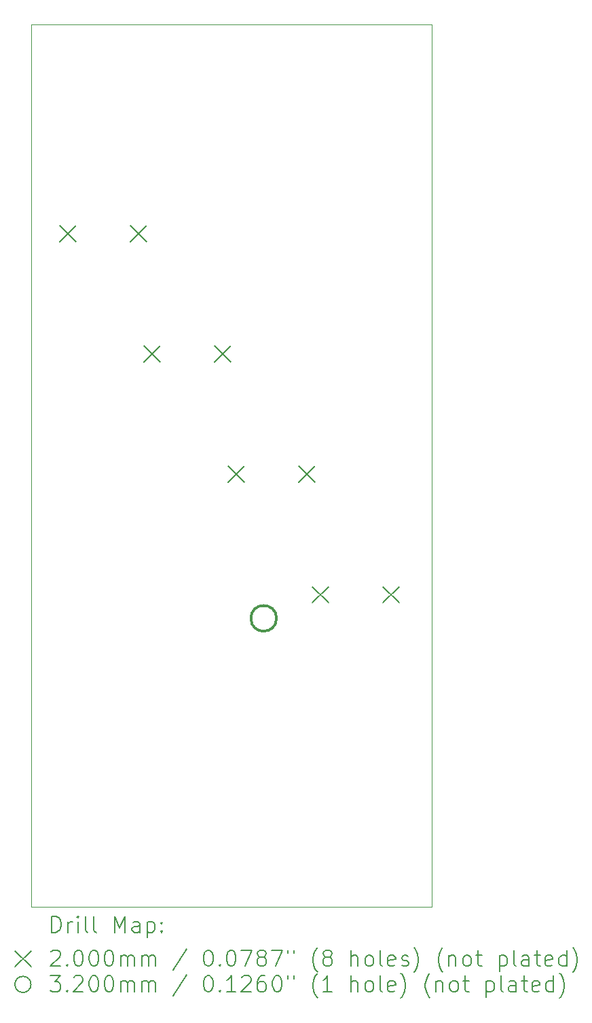
<source format=gbr>
%TF.GenerationSoftware,KiCad,Pcbnew,8.0.6-8.0.6-0~ubuntu22.04.1*%
%TF.CreationDate,2025-01-13T21:54:40+00:00*%
%TF.ProjectId,Basic_VCA,42617369-635f-4564-9341-2e6b69636164,rev?*%
%TF.SameCoordinates,Original*%
%TF.FileFunction,Drillmap*%
%TF.FilePolarity,Positive*%
%FSLAX45Y45*%
G04 Gerber Fmt 4.5, Leading zero omitted, Abs format (unit mm)*
G04 Created by KiCad (PCBNEW 8.0.6-8.0.6-0~ubuntu22.04.1) date 2025-01-13 21:54:40*
%MOMM*%
%LPD*%
G01*
G04 APERTURE LIST*
%ADD10C,0.050000*%
%ADD11C,0.200000*%
%ADD12C,0.320000*%
G04 APERTURE END LIST*
D10*
X15900000Y-3650000D02*
X15900000Y-14650000D01*
X10900000Y-3650000D02*
X15900000Y-3650000D01*
X10900000Y-3650000D02*
X10900000Y-14650000D01*
X10900000Y-14650000D02*
X15900000Y-14650000D01*
D11*
X11260000Y-6155000D02*
X11460000Y-6355000D01*
X11460000Y-6155000D02*
X11260000Y-6355000D01*
X12140000Y-6155000D02*
X12340000Y-6355000D01*
X12340000Y-6155000D02*
X12140000Y-6355000D01*
X12310000Y-7655000D02*
X12510000Y-7855000D01*
X12510000Y-7655000D02*
X12310000Y-7855000D01*
X13190000Y-7655000D02*
X13390000Y-7855000D01*
X13390000Y-7655000D02*
X13190000Y-7855000D01*
X13360000Y-9155000D02*
X13560000Y-9355000D01*
X13560000Y-9155000D02*
X13360000Y-9355000D01*
X14240000Y-9155000D02*
X14440000Y-9355000D01*
X14440000Y-9155000D02*
X14240000Y-9355000D01*
X14410000Y-10655000D02*
X14610000Y-10855000D01*
X14610000Y-10655000D02*
X14410000Y-10855000D01*
X15290000Y-10655000D02*
X15490000Y-10855000D01*
X15490000Y-10655000D02*
X15290000Y-10855000D01*
D12*
X13960000Y-11050000D02*
G75*
G02*
X13640000Y-11050000I-160000J0D01*
G01*
X13640000Y-11050000D02*
G75*
G02*
X13960000Y-11050000I160000J0D01*
G01*
D11*
X11158277Y-14963984D02*
X11158277Y-14763984D01*
X11158277Y-14763984D02*
X11205896Y-14763984D01*
X11205896Y-14763984D02*
X11234467Y-14773508D01*
X11234467Y-14773508D02*
X11253515Y-14792555D01*
X11253515Y-14792555D02*
X11263039Y-14811603D01*
X11263039Y-14811603D02*
X11272562Y-14849698D01*
X11272562Y-14849698D02*
X11272562Y-14878269D01*
X11272562Y-14878269D02*
X11263039Y-14916365D01*
X11263039Y-14916365D02*
X11253515Y-14935412D01*
X11253515Y-14935412D02*
X11234467Y-14954460D01*
X11234467Y-14954460D02*
X11205896Y-14963984D01*
X11205896Y-14963984D02*
X11158277Y-14963984D01*
X11358277Y-14963984D02*
X11358277Y-14830650D01*
X11358277Y-14868746D02*
X11367801Y-14849698D01*
X11367801Y-14849698D02*
X11377324Y-14840174D01*
X11377324Y-14840174D02*
X11396372Y-14830650D01*
X11396372Y-14830650D02*
X11415420Y-14830650D01*
X11482086Y-14963984D02*
X11482086Y-14830650D01*
X11482086Y-14763984D02*
X11472562Y-14773508D01*
X11472562Y-14773508D02*
X11482086Y-14783031D01*
X11482086Y-14783031D02*
X11491610Y-14773508D01*
X11491610Y-14773508D02*
X11482086Y-14763984D01*
X11482086Y-14763984D02*
X11482086Y-14783031D01*
X11605896Y-14963984D02*
X11586848Y-14954460D01*
X11586848Y-14954460D02*
X11577324Y-14935412D01*
X11577324Y-14935412D02*
X11577324Y-14763984D01*
X11710658Y-14963984D02*
X11691610Y-14954460D01*
X11691610Y-14954460D02*
X11682086Y-14935412D01*
X11682086Y-14935412D02*
X11682086Y-14763984D01*
X11939229Y-14963984D02*
X11939229Y-14763984D01*
X11939229Y-14763984D02*
X12005896Y-14906841D01*
X12005896Y-14906841D02*
X12072562Y-14763984D01*
X12072562Y-14763984D02*
X12072562Y-14963984D01*
X12253515Y-14963984D02*
X12253515Y-14859222D01*
X12253515Y-14859222D02*
X12243991Y-14840174D01*
X12243991Y-14840174D02*
X12224943Y-14830650D01*
X12224943Y-14830650D02*
X12186848Y-14830650D01*
X12186848Y-14830650D02*
X12167801Y-14840174D01*
X12253515Y-14954460D02*
X12234467Y-14963984D01*
X12234467Y-14963984D02*
X12186848Y-14963984D01*
X12186848Y-14963984D02*
X12167801Y-14954460D01*
X12167801Y-14954460D02*
X12158277Y-14935412D01*
X12158277Y-14935412D02*
X12158277Y-14916365D01*
X12158277Y-14916365D02*
X12167801Y-14897317D01*
X12167801Y-14897317D02*
X12186848Y-14887793D01*
X12186848Y-14887793D02*
X12234467Y-14887793D01*
X12234467Y-14887793D02*
X12253515Y-14878269D01*
X12348753Y-14830650D02*
X12348753Y-15030650D01*
X12348753Y-14840174D02*
X12367801Y-14830650D01*
X12367801Y-14830650D02*
X12405896Y-14830650D01*
X12405896Y-14830650D02*
X12424943Y-14840174D01*
X12424943Y-14840174D02*
X12434467Y-14849698D01*
X12434467Y-14849698D02*
X12443991Y-14868746D01*
X12443991Y-14868746D02*
X12443991Y-14925888D01*
X12443991Y-14925888D02*
X12434467Y-14944936D01*
X12434467Y-14944936D02*
X12424943Y-14954460D01*
X12424943Y-14954460D02*
X12405896Y-14963984D01*
X12405896Y-14963984D02*
X12367801Y-14963984D01*
X12367801Y-14963984D02*
X12348753Y-14954460D01*
X12529705Y-14944936D02*
X12539229Y-14954460D01*
X12539229Y-14954460D02*
X12529705Y-14963984D01*
X12529705Y-14963984D02*
X12520182Y-14954460D01*
X12520182Y-14954460D02*
X12529705Y-14944936D01*
X12529705Y-14944936D02*
X12529705Y-14963984D01*
X12529705Y-14840174D02*
X12539229Y-14849698D01*
X12539229Y-14849698D02*
X12529705Y-14859222D01*
X12529705Y-14859222D02*
X12520182Y-14849698D01*
X12520182Y-14849698D02*
X12529705Y-14840174D01*
X12529705Y-14840174D02*
X12529705Y-14859222D01*
X10697500Y-15192500D02*
X10897500Y-15392500D01*
X10897500Y-15192500D02*
X10697500Y-15392500D01*
X11148753Y-15203031D02*
X11158277Y-15193508D01*
X11158277Y-15193508D02*
X11177324Y-15183984D01*
X11177324Y-15183984D02*
X11224943Y-15183984D01*
X11224943Y-15183984D02*
X11243991Y-15193508D01*
X11243991Y-15193508D02*
X11253515Y-15203031D01*
X11253515Y-15203031D02*
X11263039Y-15222079D01*
X11263039Y-15222079D02*
X11263039Y-15241127D01*
X11263039Y-15241127D02*
X11253515Y-15269698D01*
X11253515Y-15269698D02*
X11139229Y-15383984D01*
X11139229Y-15383984D02*
X11263039Y-15383984D01*
X11348753Y-15364936D02*
X11358277Y-15374460D01*
X11358277Y-15374460D02*
X11348753Y-15383984D01*
X11348753Y-15383984D02*
X11339229Y-15374460D01*
X11339229Y-15374460D02*
X11348753Y-15364936D01*
X11348753Y-15364936D02*
X11348753Y-15383984D01*
X11482086Y-15183984D02*
X11501134Y-15183984D01*
X11501134Y-15183984D02*
X11520182Y-15193508D01*
X11520182Y-15193508D02*
X11529705Y-15203031D01*
X11529705Y-15203031D02*
X11539229Y-15222079D01*
X11539229Y-15222079D02*
X11548753Y-15260174D01*
X11548753Y-15260174D02*
X11548753Y-15307793D01*
X11548753Y-15307793D02*
X11539229Y-15345888D01*
X11539229Y-15345888D02*
X11529705Y-15364936D01*
X11529705Y-15364936D02*
X11520182Y-15374460D01*
X11520182Y-15374460D02*
X11501134Y-15383984D01*
X11501134Y-15383984D02*
X11482086Y-15383984D01*
X11482086Y-15383984D02*
X11463039Y-15374460D01*
X11463039Y-15374460D02*
X11453515Y-15364936D01*
X11453515Y-15364936D02*
X11443991Y-15345888D01*
X11443991Y-15345888D02*
X11434467Y-15307793D01*
X11434467Y-15307793D02*
X11434467Y-15260174D01*
X11434467Y-15260174D02*
X11443991Y-15222079D01*
X11443991Y-15222079D02*
X11453515Y-15203031D01*
X11453515Y-15203031D02*
X11463039Y-15193508D01*
X11463039Y-15193508D02*
X11482086Y-15183984D01*
X11672562Y-15183984D02*
X11691610Y-15183984D01*
X11691610Y-15183984D02*
X11710658Y-15193508D01*
X11710658Y-15193508D02*
X11720182Y-15203031D01*
X11720182Y-15203031D02*
X11729705Y-15222079D01*
X11729705Y-15222079D02*
X11739229Y-15260174D01*
X11739229Y-15260174D02*
X11739229Y-15307793D01*
X11739229Y-15307793D02*
X11729705Y-15345888D01*
X11729705Y-15345888D02*
X11720182Y-15364936D01*
X11720182Y-15364936D02*
X11710658Y-15374460D01*
X11710658Y-15374460D02*
X11691610Y-15383984D01*
X11691610Y-15383984D02*
X11672562Y-15383984D01*
X11672562Y-15383984D02*
X11653515Y-15374460D01*
X11653515Y-15374460D02*
X11643991Y-15364936D01*
X11643991Y-15364936D02*
X11634467Y-15345888D01*
X11634467Y-15345888D02*
X11624943Y-15307793D01*
X11624943Y-15307793D02*
X11624943Y-15260174D01*
X11624943Y-15260174D02*
X11634467Y-15222079D01*
X11634467Y-15222079D02*
X11643991Y-15203031D01*
X11643991Y-15203031D02*
X11653515Y-15193508D01*
X11653515Y-15193508D02*
X11672562Y-15183984D01*
X11863039Y-15183984D02*
X11882086Y-15183984D01*
X11882086Y-15183984D02*
X11901134Y-15193508D01*
X11901134Y-15193508D02*
X11910658Y-15203031D01*
X11910658Y-15203031D02*
X11920182Y-15222079D01*
X11920182Y-15222079D02*
X11929705Y-15260174D01*
X11929705Y-15260174D02*
X11929705Y-15307793D01*
X11929705Y-15307793D02*
X11920182Y-15345888D01*
X11920182Y-15345888D02*
X11910658Y-15364936D01*
X11910658Y-15364936D02*
X11901134Y-15374460D01*
X11901134Y-15374460D02*
X11882086Y-15383984D01*
X11882086Y-15383984D02*
X11863039Y-15383984D01*
X11863039Y-15383984D02*
X11843991Y-15374460D01*
X11843991Y-15374460D02*
X11834467Y-15364936D01*
X11834467Y-15364936D02*
X11824943Y-15345888D01*
X11824943Y-15345888D02*
X11815420Y-15307793D01*
X11815420Y-15307793D02*
X11815420Y-15260174D01*
X11815420Y-15260174D02*
X11824943Y-15222079D01*
X11824943Y-15222079D02*
X11834467Y-15203031D01*
X11834467Y-15203031D02*
X11843991Y-15193508D01*
X11843991Y-15193508D02*
X11863039Y-15183984D01*
X12015420Y-15383984D02*
X12015420Y-15250650D01*
X12015420Y-15269698D02*
X12024943Y-15260174D01*
X12024943Y-15260174D02*
X12043991Y-15250650D01*
X12043991Y-15250650D02*
X12072563Y-15250650D01*
X12072563Y-15250650D02*
X12091610Y-15260174D01*
X12091610Y-15260174D02*
X12101134Y-15279222D01*
X12101134Y-15279222D02*
X12101134Y-15383984D01*
X12101134Y-15279222D02*
X12110658Y-15260174D01*
X12110658Y-15260174D02*
X12129705Y-15250650D01*
X12129705Y-15250650D02*
X12158277Y-15250650D01*
X12158277Y-15250650D02*
X12177324Y-15260174D01*
X12177324Y-15260174D02*
X12186848Y-15279222D01*
X12186848Y-15279222D02*
X12186848Y-15383984D01*
X12282086Y-15383984D02*
X12282086Y-15250650D01*
X12282086Y-15269698D02*
X12291610Y-15260174D01*
X12291610Y-15260174D02*
X12310658Y-15250650D01*
X12310658Y-15250650D02*
X12339229Y-15250650D01*
X12339229Y-15250650D02*
X12358277Y-15260174D01*
X12358277Y-15260174D02*
X12367801Y-15279222D01*
X12367801Y-15279222D02*
X12367801Y-15383984D01*
X12367801Y-15279222D02*
X12377324Y-15260174D01*
X12377324Y-15260174D02*
X12396372Y-15250650D01*
X12396372Y-15250650D02*
X12424943Y-15250650D01*
X12424943Y-15250650D02*
X12443991Y-15260174D01*
X12443991Y-15260174D02*
X12453515Y-15279222D01*
X12453515Y-15279222D02*
X12453515Y-15383984D01*
X12843991Y-15174460D02*
X12672563Y-15431603D01*
X13101134Y-15183984D02*
X13120182Y-15183984D01*
X13120182Y-15183984D02*
X13139229Y-15193508D01*
X13139229Y-15193508D02*
X13148753Y-15203031D01*
X13148753Y-15203031D02*
X13158277Y-15222079D01*
X13158277Y-15222079D02*
X13167801Y-15260174D01*
X13167801Y-15260174D02*
X13167801Y-15307793D01*
X13167801Y-15307793D02*
X13158277Y-15345888D01*
X13158277Y-15345888D02*
X13148753Y-15364936D01*
X13148753Y-15364936D02*
X13139229Y-15374460D01*
X13139229Y-15374460D02*
X13120182Y-15383984D01*
X13120182Y-15383984D02*
X13101134Y-15383984D01*
X13101134Y-15383984D02*
X13082086Y-15374460D01*
X13082086Y-15374460D02*
X13072563Y-15364936D01*
X13072563Y-15364936D02*
X13063039Y-15345888D01*
X13063039Y-15345888D02*
X13053515Y-15307793D01*
X13053515Y-15307793D02*
X13053515Y-15260174D01*
X13053515Y-15260174D02*
X13063039Y-15222079D01*
X13063039Y-15222079D02*
X13072563Y-15203031D01*
X13072563Y-15203031D02*
X13082086Y-15193508D01*
X13082086Y-15193508D02*
X13101134Y-15183984D01*
X13253515Y-15364936D02*
X13263039Y-15374460D01*
X13263039Y-15374460D02*
X13253515Y-15383984D01*
X13253515Y-15383984D02*
X13243991Y-15374460D01*
X13243991Y-15374460D02*
X13253515Y-15364936D01*
X13253515Y-15364936D02*
X13253515Y-15383984D01*
X13386848Y-15183984D02*
X13405896Y-15183984D01*
X13405896Y-15183984D02*
X13424944Y-15193508D01*
X13424944Y-15193508D02*
X13434467Y-15203031D01*
X13434467Y-15203031D02*
X13443991Y-15222079D01*
X13443991Y-15222079D02*
X13453515Y-15260174D01*
X13453515Y-15260174D02*
X13453515Y-15307793D01*
X13453515Y-15307793D02*
X13443991Y-15345888D01*
X13443991Y-15345888D02*
X13434467Y-15364936D01*
X13434467Y-15364936D02*
X13424944Y-15374460D01*
X13424944Y-15374460D02*
X13405896Y-15383984D01*
X13405896Y-15383984D02*
X13386848Y-15383984D01*
X13386848Y-15383984D02*
X13367801Y-15374460D01*
X13367801Y-15374460D02*
X13358277Y-15364936D01*
X13358277Y-15364936D02*
X13348753Y-15345888D01*
X13348753Y-15345888D02*
X13339229Y-15307793D01*
X13339229Y-15307793D02*
X13339229Y-15260174D01*
X13339229Y-15260174D02*
X13348753Y-15222079D01*
X13348753Y-15222079D02*
X13358277Y-15203031D01*
X13358277Y-15203031D02*
X13367801Y-15193508D01*
X13367801Y-15193508D02*
X13386848Y-15183984D01*
X13520182Y-15183984D02*
X13653515Y-15183984D01*
X13653515Y-15183984D02*
X13567801Y-15383984D01*
X13758277Y-15269698D02*
X13739229Y-15260174D01*
X13739229Y-15260174D02*
X13729706Y-15250650D01*
X13729706Y-15250650D02*
X13720182Y-15231603D01*
X13720182Y-15231603D02*
X13720182Y-15222079D01*
X13720182Y-15222079D02*
X13729706Y-15203031D01*
X13729706Y-15203031D02*
X13739229Y-15193508D01*
X13739229Y-15193508D02*
X13758277Y-15183984D01*
X13758277Y-15183984D02*
X13796372Y-15183984D01*
X13796372Y-15183984D02*
X13815420Y-15193508D01*
X13815420Y-15193508D02*
X13824944Y-15203031D01*
X13824944Y-15203031D02*
X13834467Y-15222079D01*
X13834467Y-15222079D02*
X13834467Y-15231603D01*
X13834467Y-15231603D02*
X13824944Y-15250650D01*
X13824944Y-15250650D02*
X13815420Y-15260174D01*
X13815420Y-15260174D02*
X13796372Y-15269698D01*
X13796372Y-15269698D02*
X13758277Y-15269698D01*
X13758277Y-15269698D02*
X13739229Y-15279222D01*
X13739229Y-15279222D02*
X13729706Y-15288746D01*
X13729706Y-15288746D02*
X13720182Y-15307793D01*
X13720182Y-15307793D02*
X13720182Y-15345888D01*
X13720182Y-15345888D02*
X13729706Y-15364936D01*
X13729706Y-15364936D02*
X13739229Y-15374460D01*
X13739229Y-15374460D02*
X13758277Y-15383984D01*
X13758277Y-15383984D02*
X13796372Y-15383984D01*
X13796372Y-15383984D02*
X13815420Y-15374460D01*
X13815420Y-15374460D02*
X13824944Y-15364936D01*
X13824944Y-15364936D02*
X13834467Y-15345888D01*
X13834467Y-15345888D02*
X13834467Y-15307793D01*
X13834467Y-15307793D02*
X13824944Y-15288746D01*
X13824944Y-15288746D02*
X13815420Y-15279222D01*
X13815420Y-15279222D02*
X13796372Y-15269698D01*
X13901134Y-15183984D02*
X14034467Y-15183984D01*
X14034467Y-15183984D02*
X13948753Y-15383984D01*
X14101134Y-15183984D02*
X14101134Y-15222079D01*
X14177325Y-15183984D02*
X14177325Y-15222079D01*
X14472563Y-15460174D02*
X14463039Y-15450650D01*
X14463039Y-15450650D02*
X14443991Y-15422079D01*
X14443991Y-15422079D02*
X14434468Y-15403031D01*
X14434468Y-15403031D02*
X14424944Y-15374460D01*
X14424944Y-15374460D02*
X14415420Y-15326841D01*
X14415420Y-15326841D02*
X14415420Y-15288746D01*
X14415420Y-15288746D02*
X14424944Y-15241127D01*
X14424944Y-15241127D02*
X14434468Y-15212555D01*
X14434468Y-15212555D02*
X14443991Y-15193508D01*
X14443991Y-15193508D02*
X14463039Y-15164936D01*
X14463039Y-15164936D02*
X14472563Y-15155412D01*
X14577325Y-15269698D02*
X14558277Y-15260174D01*
X14558277Y-15260174D02*
X14548753Y-15250650D01*
X14548753Y-15250650D02*
X14539229Y-15231603D01*
X14539229Y-15231603D02*
X14539229Y-15222079D01*
X14539229Y-15222079D02*
X14548753Y-15203031D01*
X14548753Y-15203031D02*
X14558277Y-15193508D01*
X14558277Y-15193508D02*
X14577325Y-15183984D01*
X14577325Y-15183984D02*
X14615420Y-15183984D01*
X14615420Y-15183984D02*
X14634468Y-15193508D01*
X14634468Y-15193508D02*
X14643991Y-15203031D01*
X14643991Y-15203031D02*
X14653515Y-15222079D01*
X14653515Y-15222079D02*
X14653515Y-15231603D01*
X14653515Y-15231603D02*
X14643991Y-15250650D01*
X14643991Y-15250650D02*
X14634468Y-15260174D01*
X14634468Y-15260174D02*
X14615420Y-15269698D01*
X14615420Y-15269698D02*
X14577325Y-15269698D01*
X14577325Y-15269698D02*
X14558277Y-15279222D01*
X14558277Y-15279222D02*
X14548753Y-15288746D01*
X14548753Y-15288746D02*
X14539229Y-15307793D01*
X14539229Y-15307793D02*
X14539229Y-15345888D01*
X14539229Y-15345888D02*
X14548753Y-15364936D01*
X14548753Y-15364936D02*
X14558277Y-15374460D01*
X14558277Y-15374460D02*
X14577325Y-15383984D01*
X14577325Y-15383984D02*
X14615420Y-15383984D01*
X14615420Y-15383984D02*
X14634468Y-15374460D01*
X14634468Y-15374460D02*
X14643991Y-15364936D01*
X14643991Y-15364936D02*
X14653515Y-15345888D01*
X14653515Y-15345888D02*
X14653515Y-15307793D01*
X14653515Y-15307793D02*
X14643991Y-15288746D01*
X14643991Y-15288746D02*
X14634468Y-15279222D01*
X14634468Y-15279222D02*
X14615420Y-15269698D01*
X14891610Y-15383984D02*
X14891610Y-15183984D01*
X14977325Y-15383984D02*
X14977325Y-15279222D01*
X14977325Y-15279222D02*
X14967801Y-15260174D01*
X14967801Y-15260174D02*
X14948753Y-15250650D01*
X14948753Y-15250650D02*
X14920182Y-15250650D01*
X14920182Y-15250650D02*
X14901134Y-15260174D01*
X14901134Y-15260174D02*
X14891610Y-15269698D01*
X15101134Y-15383984D02*
X15082087Y-15374460D01*
X15082087Y-15374460D02*
X15072563Y-15364936D01*
X15072563Y-15364936D02*
X15063039Y-15345888D01*
X15063039Y-15345888D02*
X15063039Y-15288746D01*
X15063039Y-15288746D02*
X15072563Y-15269698D01*
X15072563Y-15269698D02*
X15082087Y-15260174D01*
X15082087Y-15260174D02*
X15101134Y-15250650D01*
X15101134Y-15250650D02*
X15129706Y-15250650D01*
X15129706Y-15250650D02*
X15148753Y-15260174D01*
X15148753Y-15260174D02*
X15158277Y-15269698D01*
X15158277Y-15269698D02*
X15167801Y-15288746D01*
X15167801Y-15288746D02*
X15167801Y-15345888D01*
X15167801Y-15345888D02*
X15158277Y-15364936D01*
X15158277Y-15364936D02*
X15148753Y-15374460D01*
X15148753Y-15374460D02*
X15129706Y-15383984D01*
X15129706Y-15383984D02*
X15101134Y-15383984D01*
X15282087Y-15383984D02*
X15263039Y-15374460D01*
X15263039Y-15374460D02*
X15253515Y-15355412D01*
X15253515Y-15355412D02*
X15253515Y-15183984D01*
X15434468Y-15374460D02*
X15415420Y-15383984D01*
X15415420Y-15383984D02*
X15377325Y-15383984D01*
X15377325Y-15383984D02*
X15358277Y-15374460D01*
X15358277Y-15374460D02*
X15348753Y-15355412D01*
X15348753Y-15355412D02*
X15348753Y-15279222D01*
X15348753Y-15279222D02*
X15358277Y-15260174D01*
X15358277Y-15260174D02*
X15377325Y-15250650D01*
X15377325Y-15250650D02*
X15415420Y-15250650D01*
X15415420Y-15250650D02*
X15434468Y-15260174D01*
X15434468Y-15260174D02*
X15443991Y-15279222D01*
X15443991Y-15279222D02*
X15443991Y-15298269D01*
X15443991Y-15298269D02*
X15348753Y-15317317D01*
X15520182Y-15374460D02*
X15539230Y-15383984D01*
X15539230Y-15383984D02*
X15577325Y-15383984D01*
X15577325Y-15383984D02*
X15596372Y-15374460D01*
X15596372Y-15374460D02*
X15605896Y-15355412D01*
X15605896Y-15355412D02*
X15605896Y-15345888D01*
X15605896Y-15345888D02*
X15596372Y-15326841D01*
X15596372Y-15326841D02*
X15577325Y-15317317D01*
X15577325Y-15317317D02*
X15548753Y-15317317D01*
X15548753Y-15317317D02*
X15529706Y-15307793D01*
X15529706Y-15307793D02*
X15520182Y-15288746D01*
X15520182Y-15288746D02*
X15520182Y-15279222D01*
X15520182Y-15279222D02*
X15529706Y-15260174D01*
X15529706Y-15260174D02*
X15548753Y-15250650D01*
X15548753Y-15250650D02*
X15577325Y-15250650D01*
X15577325Y-15250650D02*
X15596372Y-15260174D01*
X15672563Y-15460174D02*
X15682087Y-15450650D01*
X15682087Y-15450650D02*
X15701134Y-15422079D01*
X15701134Y-15422079D02*
X15710658Y-15403031D01*
X15710658Y-15403031D02*
X15720182Y-15374460D01*
X15720182Y-15374460D02*
X15729706Y-15326841D01*
X15729706Y-15326841D02*
X15729706Y-15288746D01*
X15729706Y-15288746D02*
X15720182Y-15241127D01*
X15720182Y-15241127D02*
X15710658Y-15212555D01*
X15710658Y-15212555D02*
X15701134Y-15193508D01*
X15701134Y-15193508D02*
X15682087Y-15164936D01*
X15682087Y-15164936D02*
X15672563Y-15155412D01*
X16034468Y-15460174D02*
X16024944Y-15450650D01*
X16024944Y-15450650D02*
X16005896Y-15422079D01*
X16005896Y-15422079D02*
X15996372Y-15403031D01*
X15996372Y-15403031D02*
X15986849Y-15374460D01*
X15986849Y-15374460D02*
X15977325Y-15326841D01*
X15977325Y-15326841D02*
X15977325Y-15288746D01*
X15977325Y-15288746D02*
X15986849Y-15241127D01*
X15986849Y-15241127D02*
X15996372Y-15212555D01*
X15996372Y-15212555D02*
X16005896Y-15193508D01*
X16005896Y-15193508D02*
X16024944Y-15164936D01*
X16024944Y-15164936D02*
X16034468Y-15155412D01*
X16110658Y-15250650D02*
X16110658Y-15383984D01*
X16110658Y-15269698D02*
X16120182Y-15260174D01*
X16120182Y-15260174D02*
X16139230Y-15250650D01*
X16139230Y-15250650D02*
X16167801Y-15250650D01*
X16167801Y-15250650D02*
X16186849Y-15260174D01*
X16186849Y-15260174D02*
X16196372Y-15279222D01*
X16196372Y-15279222D02*
X16196372Y-15383984D01*
X16320182Y-15383984D02*
X16301134Y-15374460D01*
X16301134Y-15374460D02*
X16291611Y-15364936D01*
X16291611Y-15364936D02*
X16282087Y-15345888D01*
X16282087Y-15345888D02*
X16282087Y-15288746D01*
X16282087Y-15288746D02*
X16291611Y-15269698D01*
X16291611Y-15269698D02*
X16301134Y-15260174D01*
X16301134Y-15260174D02*
X16320182Y-15250650D01*
X16320182Y-15250650D02*
X16348753Y-15250650D01*
X16348753Y-15250650D02*
X16367801Y-15260174D01*
X16367801Y-15260174D02*
X16377325Y-15269698D01*
X16377325Y-15269698D02*
X16386849Y-15288746D01*
X16386849Y-15288746D02*
X16386849Y-15345888D01*
X16386849Y-15345888D02*
X16377325Y-15364936D01*
X16377325Y-15364936D02*
X16367801Y-15374460D01*
X16367801Y-15374460D02*
X16348753Y-15383984D01*
X16348753Y-15383984D02*
X16320182Y-15383984D01*
X16443992Y-15250650D02*
X16520182Y-15250650D01*
X16472563Y-15183984D02*
X16472563Y-15355412D01*
X16472563Y-15355412D02*
X16482087Y-15374460D01*
X16482087Y-15374460D02*
X16501134Y-15383984D01*
X16501134Y-15383984D02*
X16520182Y-15383984D01*
X16739230Y-15250650D02*
X16739230Y-15450650D01*
X16739230Y-15260174D02*
X16758277Y-15250650D01*
X16758277Y-15250650D02*
X16796373Y-15250650D01*
X16796373Y-15250650D02*
X16815420Y-15260174D01*
X16815420Y-15260174D02*
X16824944Y-15269698D01*
X16824944Y-15269698D02*
X16834468Y-15288746D01*
X16834468Y-15288746D02*
X16834468Y-15345888D01*
X16834468Y-15345888D02*
X16824944Y-15364936D01*
X16824944Y-15364936D02*
X16815420Y-15374460D01*
X16815420Y-15374460D02*
X16796373Y-15383984D01*
X16796373Y-15383984D02*
X16758277Y-15383984D01*
X16758277Y-15383984D02*
X16739230Y-15374460D01*
X16948754Y-15383984D02*
X16929706Y-15374460D01*
X16929706Y-15374460D02*
X16920182Y-15355412D01*
X16920182Y-15355412D02*
X16920182Y-15183984D01*
X17110658Y-15383984D02*
X17110658Y-15279222D01*
X17110658Y-15279222D02*
X17101135Y-15260174D01*
X17101135Y-15260174D02*
X17082087Y-15250650D01*
X17082087Y-15250650D02*
X17043992Y-15250650D01*
X17043992Y-15250650D02*
X17024944Y-15260174D01*
X17110658Y-15374460D02*
X17091611Y-15383984D01*
X17091611Y-15383984D02*
X17043992Y-15383984D01*
X17043992Y-15383984D02*
X17024944Y-15374460D01*
X17024944Y-15374460D02*
X17015420Y-15355412D01*
X17015420Y-15355412D02*
X17015420Y-15336365D01*
X17015420Y-15336365D02*
X17024944Y-15317317D01*
X17024944Y-15317317D02*
X17043992Y-15307793D01*
X17043992Y-15307793D02*
X17091611Y-15307793D01*
X17091611Y-15307793D02*
X17110658Y-15298269D01*
X17177325Y-15250650D02*
X17253515Y-15250650D01*
X17205896Y-15183984D02*
X17205896Y-15355412D01*
X17205896Y-15355412D02*
X17215420Y-15374460D01*
X17215420Y-15374460D02*
X17234468Y-15383984D01*
X17234468Y-15383984D02*
X17253515Y-15383984D01*
X17396373Y-15374460D02*
X17377325Y-15383984D01*
X17377325Y-15383984D02*
X17339230Y-15383984D01*
X17339230Y-15383984D02*
X17320182Y-15374460D01*
X17320182Y-15374460D02*
X17310658Y-15355412D01*
X17310658Y-15355412D02*
X17310658Y-15279222D01*
X17310658Y-15279222D02*
X17320182Y-15260174D01*
X17320182Y-15260174D02*
X17339230Y-15250650D01*
X17339230Y-15250650D02*
X17377325Y-15250650D01*
X17377325Y-15250650D02*
X17396373Y-15260174D01*
X17396373Y-15260174D02*
X17405896Y-15279222D01*
X17405896Y-15279222D02*
X17405896Y-15298269D01*
X17405896Y-15298269D02*
X17310658Y-15317317D01*
X17577325Y-15383984D02*
X17577325Y-15183984D01*
X17577325Y-15374460D02*
X17558277Y-15383984D01*
X17558277Y-15383984D02*
X17520182Y-15383984D01*
X17520182Y-15383984D02*
X17501135Y-15374460D01*
X17501135Y-15374460D02*
X17491611Y-15364936D01*
X17491611Y-15364936D02*
X17482087Y-15345888D01*
X17482087Y-15345888D02*
X17482087Y-15288746D01*
X17482087Y-15288746D02*
X17491611Y-15269698D01*
X17491611Y-15269698D02*
X17501135Y-15260174D01*
X17501135Y-15260174D02*
X17520182Y-15250650D01*
X17520182Y-15250650D02*
X17558277Y-15250650D01*
X17558277Y-15250650D02*
X17577325Y-15260174D01*
X17653516Y-15460174D02*
X17663039Y-15450650D01*
X17663039Y-15450650D02*
X17682087Y-15422079D01*
X17682087Y-15422079D02*
X17691611Y-15403031D01*
X17691611Y-15403031D02*
X17701135Y-15374460D01*
X17701135Y-15374460D02*
X17710658Y-15326841D01*
X17710658Y-15326841D02*
X17710658Y-15288746D01*
X17710658Y-15288746D02*
X17701135Y-15241127D01*
X17701135Y-15241127D02*
X17691611Y-15212555D01*
X17691611Y-15212555D02*
X17682087Y-15193508D01*
X17682087Y-15193508D02*
X17663039Y-15164936D01*
X17663039Y-15164936D02*
X17653516Y-15155412D01*
X10897500Y-15612500D02*
G75*
G02*
X10697500Y-15612500I-100000J0D01*
G01*
X10697500Y-15612500D02*
G75*
G02*
X10897500Y-15612500I100000J0D01*
G01*
X11139229Y-15503984D02*
X11263039Y-15503984D01*
X11263039Y-15503984D02*
X11196372Y-15580174D01*
X11196372Y-15580174D02*
X11224943Y-15580174D01*
X11224943Y-15580174D02*
X11243991Y-15589698D01*
X11243991Y-15589698D02*
X11253515Y-15599222D01*
X11253515Y-15599222D02*
X11263039Y-15618269D01*
X11263039Y-15618269D02*
X11263039Y-15665888D01*
X11263039Y-15665888D02*
X11253515Y-15684936D01*
X11253515Y-15684936D02*
X11243991Y-15694460D01*
X11243991Y-15694460D02*
X11224943Y-15703984D01*
X11224943Y-15703984D02*
X11167801Y-15703984D01*
X11167801Y-15703984D02*
X11148753Y-15694460D01*
X11148753Y-15694460D02*
X11139229Y-15684936D01*
X11348753Y-15684936D02*
X11358277Y-15694460D01*
X11358277Y-15694460D02*
X11348753Y-15703984D01*
X11348753Y-15703984D02*
X11339229Y-15694460D01*
X11339229Y-15694460D02*
X11348753Y-15684936D01*
X11348753Y-15684936D02*
X11348753Y-15703984D01*
X11434467Y-15523031D02*
X11443991Y-15513508D01*
X11443991Y-15513508D02*
X11463039Y-15503984D01*
X11463039Y-15503984D02*
X11510658Y-15503984D01*
X11510658Y-15503984D02*
X11529705Y-15513508D01*
X11529705Y-15513508D02*
X11539229Y-15523031D01*
X11539229Y-15523031D02*
X11548753Y-15542079D01*
X11548753Y-15542079D02*
X11548753Y-15561127D01*
X11548753Y-15561127D02*
X11539229Y-15589698D01*
X11539229Y-15589698D02*
X11424943Y-15703984D01*
X11424943Y-15703984D02*
X11548753Y-15703984D01*
X11672562Y-15503984D02*
X11691610Y-15503984D01*
X11691610Y-15503984D02*
X11710658Y-15513508D01*
X11710658Y-15513508D02*
X11720182Y-15523031D01*
X11720182Y-15523031D02*
X11729705Y-15542079D01*
X11729705Y-15542079D02*
X11739229Y-15580174D01*
X11739229Y-15580174D02*
X11739229Y-15627793D01*
X11739229Y-15627793D02*
X11729705Y-15665888D01*
X11729705Y-15665888D02*
X11720182Y-15684936D01*
X11720182Y-15684936D02*
X11710658Y-15694460D01*
X11710658Y-15694460D02*
X11691610Y-15703984D01*
X11691610Y-15703984D02*
X11672562Y-15703984D01*
X11672562Y-15703984D02*
X11653515Y-15694460D01*
X11653515Y-15694460D02*
X11643991Y-15684936D01*
X11643991Y-15684936D02*
X11634467Y-15665888D01*
X11634467Y-15665888D02*
X11624943Y-15627793D01*
X11624943Y-15627793D02*
X11624943Y-15580174D01*
X11624943Y-15580174D02*
X11634467Y-15542079D01*
X11634467Y-15542079D02*
X11643991Y-15523031D01*
X11643991Y-15523031D02*
X11653515Y-15513508D01*
X11653515Y-15513508D02*
X11672562Y-15503984D01*
X11863039Y-15503984D02*
X11882086Y-15503984D01*
X11882086Y-15503984D02*
X11901134Y-15513508D01*
X11901134Y-15513508D02*
X11910658Y-15523031D01*
X11910658Y-15523031D02*
X11920182Y-15542079D01*
X11920182Y-15542079D02*
X11929705Y-15580174D01*
X11929705Y-15580174D02*
X11929705Y-15627793D01*
X11929705Y-15627793D02*
X11920182Y-15665888D01*
X11920182Y-15665888D02*
X11910658Y-15684936D01*
X11910658Y-15684936D02*
X11901134Y-15694460D01*
X11901134Y-15694460D02*
X11882086Y-15703984D01*
X11882086Y-15703984D02*
X11863039Y-15703984D01*
X11863039Y-15703984D02*
X11843991Y-15694460D01*
X11843991Y-15694460D02*
X11834467Y-15684936D01*
X11834467Y-15684936D02*
X11824943Y-15665888D01*
X11824943Y-15665888D02*
X11815420Y-15627793D01*
X11815420Y-15627793D02*
X11815420Y-15580174D01*
X11815420Y-15580174D02*
X11824943Y-15542079D01*
X11824943Y-15542079D02*
X11834467Y-15523031D01*
X11834467Y-15523031D02*
X11843991Y-15513508D01*
X11843991Y-15513508D02*
X11863039Y-15503984D01*
X12015420Y-15703984D02*
X12015420Y-15570650D01*
X12015420Y-15589698D02*
X12024943Y-15580174D01*
X12024943Y-15580174D02*
X12043991Y-15570650D01*
X12043991Y-15570650D02*
X12072563Y-15570650D01*
X12072563Y-15570650D02*
X12091610Y-15580174D01*
X12091610Y-15580174D02*
X12101134Y-15599222D01*
X12101134Y-15599222D02*
X12101134Y-15703984D01*
X12101134Y-15599222D02*
X12110658Y-15580174D01*
X12110658Y-15580174D02*
X12129705Y-15570650D01*
X12129705Y-15570650D02*
X12158277Y-15570650D01*
X12158277Y-15570650D02*
X12177324Y-15580174D01*
X12177324Y-15580174D02*
X12186848Y-15599222D01*
X12186848Y-15599222D02*
X12186848Y-15703984D01*
X12282086Y-15703984D02*
X12282086Y-15570650D01*
X12282086Y-15589698D02*
X12291610Y-15580174D01*
X12291610Y-15580174D02*
X12310658Y-15570650D01*
X12310658Y-15570650D02*
X12339229Y-15570650D01*
X12339229Y-15570650D02*
X12358277Y-15580174D01*
X12358277Y-15580174D02*
X12367801Y-15599222D01*
X12367801Y-15599222D02*
X12367801Y-15703984D01*
X12367801Y-15599222D02*
X12377324Y-15580174D01*
X12377324Y-15580174D02*
X12396372Y-15570650D01*
X12396372Y-15570650D02*
X12424943Y-15570650D01*
X12424943Y-15570650D02*
X12443991Y-15580174D01*
X12443991Y-15580174D02*
X12453515Y-15599222D01*
X12453515Y-15599222D02*
X12453515Y-15703984D01*
X12843991Y-15494460D02*
X12672563Y-15751603D01*
X13101134Y-15503984D02*
X13120182Y-15503984D01*
X13120182Y-15503984D02*
X13139229Y-15513508D01*
X13139229Y-15513508D02*
X13148753Y-15523031D01*
X13148753Y-15523031D02*
X13158277Y-15542079D01*
X13158277Y-15542079D02*
X13167801Y-15580174D01*
X13167801Y-15580174D02*
X13167801Y-15627793D01*
X13167801Y-15627793D02*
X13158277Y-15665888D01*
X13158277Y-15665888D02*
X13148753Y-15684936D01*
X13148753Y-15684936D02*
X13139229Y-15694460D01*
X13139229Y-15694460D02*
X13120182Y-15703984D01*
X13120182Y-15703984D02*
X13101134Y-15703984D01*
X13101134Y-15703984D02*
X13082086Y-15694460D01*
X13082086Y-15694460D02*
X13072563Y-15684936D01*
X13072563Y-15684936D02*
X13063039Y-15665888D01*
X13063039Y-15665888D02*
X13053515Y-15627793D01*
X13053515Y-15627793D02*
X13053515Y-15580174D01*
X13053515Y-15580174D02*
X13063039Y-15542079D01*
X13063039Y-15542079D02*
X13072563Y-15523031D01*
X13072563Y-15523031D02*
X13082086Y-15513508D01*
X13082086Y-15513508D02*
X13101134Y-15503984D01*
X13253515Y-15684936D02*
X13263039Y-15694460D01*
X13263039Y-15694460D02*
X13253515Y-15703984D01*
X13253515Y-15703984D02*
X13243991Y-15694460D01*
X13243991Y-15694460D02*
X13253515Y-15684936D01*
X13253515Y-15684936D02*
X13253515Y-15703984D01*
X13453515Y-15703984D02*
X13339229Y-15703984D01*
X13396372Y-15703984D02*
X13396372Y-15503984D01*
X13396372Y-15503984D02*
X13377325Y-15532555D01*
X13377325Y-15532555D02*
X13358277Y-15551603D01*
X13358277Y-15551603D02*
X13339229Y-15561127D01*
X13529706Y-15523031D02*
X13539229Y-15513508D01*
X13539229Y-15513508D02*
X13558277Y-15503984D01*
X13558277Y-15503984D02*
X13605896Y-15503984D01*
X13605896Y-15503984D02*
X13624944Y-15513508D01*
X13624944Y-15513508D02*
X13634467Y-15523031D01*
X13634467Y-15523031D02*
X13643991Y-15542079D01*
X13643991Y-15542079D02*
X13643991Y-15561127D01*
X13643991Y-15561127D02*
X13634467Y-15589698D01*
X13634467Y-15589698D02*
X13520182Y-15703984D01*
X13520182Y-15703984D02*
X13643991Y-15703984D01*
X13815420Y-15503984D02*
X13777325Y-15503984D01*
X13777325Y-15503984D02*
X13758277Y-15513508D01*
X13758277Y-15513508D02*
X13748753Y-15523031D01*
X13748753Y-15523031D02*
X13729706Y-15551603D01*
X13729706Y-15551603D02*
X13720182Y-15589698D01*
X13720182Y-15589698D02*
X13720182Y-15665888D01*
X13720182Y-15665888D02*
X13729706Y-15684936D01*
X13729706Y-15684936D02*
X13739229Y-15694460D01*
X13739229Y-15694460D02*
X13758277Y-15703984D01*
X13758277Y-15703984D02*
X13796372Y-15703984D01*
X13796372Y-15703984D02*
X13815420Y-15694460D01*
X13815420Y-15694460D02*
X13824944Y-15684936D01*
X13824944Y-15684936D02*
X13834467Y-15665888D01*
X13834467Y-15665888D02*
X13834467Y-15618269D01*
X13834467Y-15618269D02*
X13824944Y-15599222D01*
X13824944Y-15599222D02*
X13815420Y-15589698D01*
X13815420Y-15589698D02*
X13796372Y-15580174D01*
X13796372Y-15580174D02*
X13758277Y-15580174D01*
X13758277Y-15580174D02*
X13739229Y-15589698D01*
X13739229Y-15589698D02*
X13729706Y-15599222D01*
X13729706Y-15599222D02*
X13720182Y-15618269D01*
X13958277Y-15503984D02*
X13977325Y-15503984D01*
X13977325Y-15503984D02*
X13996372Y-15513508D01*
X13996372Y-15513508D02*
X14005896Y-15523031D01*
X14005896Y-15523031D02*
X14015420Y-15542079D01*
X14015420Y-15542079D02*
X14024944Y-15580174D01*
X14024944Y-15580174D02*
X14024944Y-15627793D01*
X14024944Y-15627793D02*
X14015420Y-15665888D01*
X14015420Y-15665888D02*
X14005896Y-15684936D01*
X14005896Y-15684936D02*
X13996372Y-15694460D01*
X13996372Y-15694460D02*
X13977325Y-15703984D01*
X13977325Y-15703984D02*
X13958277Y-15703984D01*
X13958277Y-15703984D02*
X13939229Y-15694460D01*
X13939229Y-15694460D02*
X13929706Y-15684936D01*
X13929706Y-15684936D02*
X13920182Y-15665888D01*
X13920182Y-15665888D02*
X13910658Y-15627793D01*
X13910658Y-15627793D02*
X13910658Y-15580174D01*
X13910658Y-15580174D02*
X13920182Y-15542079D01*
X13920182Y-15542079D02*
X13929706Y-15523031D01*
X13929706Y-15523031D02*
X13939229Y-15513508D01*
X13939229Y-15513508D02*
X13958277Y-15503984D01*
X14101134Y-15503984D02*
X14101134Y-15542079D01*
X14177325Y-15503984D02*
X14177325Y-15542079D01*
X14472563Y-15780174D02*
X14463039Y-15770650D01*
X14463039Y-15770650D02*
X14443991Y-15742079D01*
X14443991Y-15742079D02*
X14434468Y-15723031D01*
X14434468Y-15723031D02*
X14424944Y-15694460D01*
X14424944Y-15694460D02*
X14415420Y-15646841D01*
X14415420Y-15646841D02*
X14415420Y-15608746D01*
X14415420Y-15608746D02*
X14424944Y-15561127D01*
X14424944Y-15561127D02*
X14434468Y-15532555D01*
X14434468Y-15532555D02*
X14443991Y-15513508D01*
X14443991Y-15513508D02*
X14463039Y-15484936D01*
X14463039Y-15484936D02*
X14472563Y-15475412D01*
X14653515Y-15703984D02*
X14539229Y-15703984D01*
X14596372Y-15703984D02*
X14596372Y-15503984D01*
X14596372Y-15503984D02*
X14577325Y-15532555D01*
X14577325Y-15532555D02*
X14558277Y-15551603D01*
X14558277Y-15551603D02*
X14539229Y-15561127D01*
X14891610Y-15703984D02*
X14891610Y-15503984D01*
X14977325Y-15703984D02*
X14977325Y-15599222D01*
X14977325Y-15599222D02*
X14967801Y-15580174D01*
X14967801Y-15580174D02*
X14948753Y-15570650D01*
X14948753Y-15570650D02*
X14920182Y-15570650D01*
X14920182Y-15570650D02*
X14901134Y-15580174D01*
X14901134Y-15580174D02*
X14891610Y-15589698D01*
X15101134Y-15703984D02*
X15082087Y-15694460D01*
X15082087Y-15694460D02*
X15072563Y-15684936D01*
X15072563Y-15684936D02*
X15063039Y-15665888D01*
X15063039Y-15665888D02*
X15063039Y-15608746D01*
X15063039Y-15608746D02*
X15072563Y-15589698D01*
X15072563Y-15589698D02*
X15082087Y-15580174D01*
X15082087Y-15580174D02*
X15101134Y-15570650D01*
X15101134Y-15570650D02*
X15129706Y-15570650D01*
X15129706Y-15570650D02*
X15148753Y-15580174D01*
X15148753Y-15580174D02*
X15158277Y-15589698D01*
X15158277Y-15589698D02*
X15167801Y-15608746D01*
X15167801Y-15608746D02*
X15167801Y-15665888D01*
X15167801Y-15665888D02*
X15158277Y-15684936D01*
X15158277Y-15684936D02*
X15148753Y-15694460D01*
X15148753Y-15694460D02*
X15129706Y-15703984D01*
X15129706Y-15703984D02*
X15101134Y-15703984D01*
X15282087Y-15703984D02*
X15263039Y-15694460D01*
X15263039Y-15694460D02*
X15253515Y-15675412D01*
X15253515Y-15675412D02*
X15253515Y-15503984D01*
X15434468Y-15694460D02*
X15415420Y-15703984D01*
X15415420Y-15703984D02*
X15377325Y-15703984D01*
X15377325Y-15703984D02*
X15358277Y-15694460D01*
X15358277Y-15694460D02*
X15348753Y-15675412D01*
X15348753Y-15675412D02*
X15348753Y-15599222D01*
X15348753Y-15599222D02*
X15358277Y-15580174D01*
X15358277Y-15580174D02*
X15377325Y-15570650D01*
X15377325Y-15570650D02*
X15415420Y-15570650D01*
X15415420Y-15570650D02*
X15434468Y-15580174D01*
X15434468Y-15580174D02*
X15443991Y-15599222D01*
X15443991Y-15599222D02*
X15443991Y-15618269D01*
X15443991Y-15618269D02*
X15348753Y-15637317D01*
X15510658Y-15780174D02*
X15520182Y-15770650D01*
X15520182Y-15770650D02*
X15539230Y-15742079D01*
X15539230Y-15742079D02*
X15548753Y-15723031D01*
X15548753Y-15723031D02*
X15558277Y-15694460D01*
X15558277Y-15694460D02*
X15567801Y-15646841D01*
X15567801Y-15646841D02*
X15567801Y-15608746D01*
X15567801Y-15608746D02*
X15558277Y-15561127D01*
X15558277Y-15561127D02*
X15548753Y-15532555D01*
X15548753Y-15532555D02*
X15539230Y-15513508D01*
X15539230Y-15513508D02*
X15520182Y-15484936D01*
X15520182Y-15484936D02*
X15510658Y-15475412D01*
X15872563Y-15780174D02*
X15863039Y-15770650D01*
X15863039Y-15770650D02*
X15843991Y-15742079D01*
X15843991Y-15742079D02*
X15834468Y-15723031D01*
X15834468Y-15723031D02*
X15824944Y-15694460D01*
X15824944Y-15694460D02*
X15815420Y-15646841D01*
X15815420Y-15646841D02*
X15815420Y-15608746D01*
X15815420Y-15608746D02*
X15824944Y-15561127D01*
X15824944Y-15561127D02*
X15834468Y-15532555D01*
X15834468Y-15532555D02*
X15843991Y-15513508D01*
X15843991Y-15513508D02*
X15863039Y-15484936D01*
X15863039Y-15484936D02*
X15872563Y-15475412D01*
X15948753Y-15570650D02*
X15948753Y-15703984D01*
X15948753Y-15589698D02*
X15958277Y-15580174D01*
X15958277Y-15580174D02*
X15977325Y-15570650D01*
X15977325Y-15570650D02*
X16005896Y-15570650D01*
X16005896Y-15570650D02*
X16024944Y-15580174D01*
X16024944Y-15580174D02*
X16034468Y-15599222D01*
X16034468Y-15599222D02*
X16034468Y-15703984D01*
X16158277Y-15703984D02*
X16139230Y-15694460D01*
X16139230Y-15694460D02*
X16129706Y-15684936D01*
X16129706Y-15684936D02*
X16120182Y-15665888D01*
X16120182Y-15665888D02*
X16120182Y-15608746D01*
X16120182Y-15608746D02*
X16129706Y-15589698D01*
X16129706Y-15589698D02*
X16139230Y-15580174D01*
X16139230Y-15580174D02*
X16158277Y-15570650D01*
X16158277Y-15570650D02*
X16186849Y-15570650D01*
X16186849Y-15570650D02*
X16205896Y-15580174D01*
X16205896Y-15580174D02*
X16215420Y-15589698D01*
X16215420Y-15589698D02*
X16224944Y-15608746D01*
X16224944Y-15608746D02*
X16224944Y-15665888D01*
X16224944Y-15665888D02*
X16215420Y-15684936D01*
X16215420Y-15684936D02*
X16205896Y-15694460D01*
X16205896Y-15694460D02*
X16186849Y-15703984D01*
X16186849Y-15703984D02*
X16158277Y-15703984D01*
X16282087Y-15570650D02*
X16358277Y-15570650D01*
X16310658Y-15503984D02*
X16310658Y-15675412D01*
X16310658Y-15675412D02*
X16320182Y-15694460D01*
X16320182Y-15694460D02*
X16339230Y-15703984D01*
X16339230Y-15703984D02*
X16358277Y-15703984D01*
X16577325Y-15570650D02*
X16577325Y-15770650D01*
X16577325Y-15580174D02*
X16596372Y-15570650D01*
X16596372Y-15570650D02*
X16634468Y-15570650D01*
X16634468Y-15570650D02*
X16653515Y-15580174D01*
X16653515Y-15580174D02*
X16663039Y-15589698D01*
X16663039Y-15589698D02*
X16672563Y-15608746D01*
X16672563Y-15608746D02*
X16672563Y-15665888D01*
X16672563Y-15665888D02*
X16663039Y-15684936D01*
X16663039Y-15684936D02*
X16653515Y-15694460D01*
X16653515Y-15694460D02*
X16634468Y-15703984D01*
X16634468Y-15703984D02*
X16596372Y-15703984D01*
X16596372Y-15703984D02*
X16577325Y-15694460D01*
X16786849Y-15703984D02*
X16767801Y-15694460D01*
X16767801Y-15694460D02*
X16758277Y-15675412D01*
X16758277Y-15675412D02*
X16758277Y-15503984D01*
X16948754Y-15703984D02*
X16948754Y-15599222D01*
X16948754Y-15599222D02*
X16939230Y-15580174D01*
X16939230Y-15580174D02*
X16920182Y-15570650D01*
X16920182Y-15570650D02*
X16882087Y-15570650D01*
X16882087Y-15570650D02*
X16863039Y-15580174D01*
X16948754Y-15694460D02*
X16929706Y-15703984D01*
X16929706Y-15703984D02*
X16882087Y-15703984D01*
X16882087Y-15703984D02*
X16863039Y-15694460D01*
X16863039Y-15694460D02*
X16853515Y-15675412D01*
X16853515Y-15675412D02*
X16853515Y-15656365D01*
X16853515Y-15656365D02*
X16863039Y-15637317D01*
X16863039Y-15637317D02*
X16882087Y-15627793D01*
X16882087Y-15627793D02*
X16929706Y-15627793D01*
X16929706Y-15627793D02*
X16948754Y-15618269D01*
X17015420Y-15570650D02*
X17091611Y-15570650D01*
X17043992Y-15503984D02*
X17043992Y-15675412D01*
X17043992Y-15675412D02*
X17053515Y-15694460D01*
X17053515Y-15694460D02*
X17072563Y-15703984D01*
X17072563Y-15703984D02*
X17091611Y-15703984D01*
X17234468Y-15694460D02*
X17215420Y-15703984D01*
X17215420Y-15703984D02*
X17177325Y-15703984D01*
X17177325Y-15703984D02*
X17158277Y-15694460D01*
X17158277Y-15694460D02*
X17148754Y-15675412D01*
X17148754Y-15675412D02*
X17148754Y-15599222D01*
X17148754Y-15599222D02*
X17158277Y-15580174D01*
X17158277Y-15580174D02*
X17177325Y-15570650D01*
X17177325Y-15570650D02*
X17215420Y-15570650D01*
X17215420Y-15570650D02*
X17234468Y-15580174D01*
X17234468Y-15580174D02*
X17243992Y-15599222D01*
X17243992Y-15599222D02*
X17243992Y-15618269D01*
X17243992Y-15618269D02*
X17148754Y-15637317D01*
X17415420Y-15703984D02*
X17415420Y-15503984D01*
X17415420Y-15694460D02*
X17396373Y-15703984D01*
X17396373Y-15703984D02*
X17358277Y-15703984D01*
X17358277Y-15703984D02*
X17339230Y-15694460D01*
X17339230Y-15694460D02*
X17329706Y-15684936D01*
X17329706Y-15684936D02*
X17320182Y-15665888D01*
X17320182Y-15665888D02*
X17320182Y-15608746D01*
X17320182Y-15608746D02*
X17329706Y-15589698D01*
X17329706Y-15589698D02*
X17339230Y-15580174D01*
X17339230Y-15580174D02*
X17358277Y-15570650D01*
X17358277Y-15570650D02*
X17396373Y-15570650D01*
X17396373Y-15570650D02*
X17415420Y-15580174D01*
X17491611Y-15780174D02*
X17501135Y-15770650D01*
X17501135Y-15770650D02*
X17520182Y-15742079D01*
X17520182Y-15742079D02*
X17529706Y-15723031D01*
X17529706Y-15723031D02*
X17539230Y-15694460D01*
X17539230Y-15694460D02*
X17548754Y-15646841D01*
X17548754Y-15646841D02*
X17548754Y-15608746D01*
X17548754Y-15608746D02*
X17539230Y-15561127D01*
X17539230Y-15561127D02*
X17529706Y-15532555D01*
X17529706Y-15532555D02*
X17520182Y-15513508D01*
X17520182Y-15513508D02*
X17501135Y-15484936D01*
X17501135Y-15484936D02*
X17491611Y-15475412D01*
M02*

</source>
